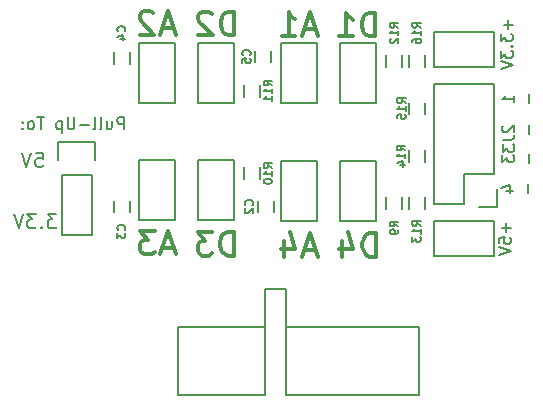
<source format=gbr>
G04 #@! TF.FileFunction,Legend,Bot*
%FSLAX46Y46*%
G04 Gerber Fmt 4.6, Leading zero omitted, Abs format (unit mm)*
G04 Created by KiCad (PCBNEW 4.0.6-e0-6349~53~ubuntu14.04.1) date Sat Apr 15 21:20:43 2017*
%MOMM*%
%LPD*%
G01*
G04 APERTURE LIST*
%ADD10C,0.100000*%
%ADD11C,0.150000*%
%ADD12C,0.300000*%
%ADD13C,0.152400*%
G04 APERTURE END LIST*
D10*
D11*
X135185715Y-80752381D02*
X135185715Y-79752381D01*
X134804762Y-79752381D01*
X134709524Y-79800000D01*
X134661905Y-79847619D01*
X134614286Y-79942857D01*
X134614286Y-80085714D01*
X134661905Y-80180952D01*
X134709524Y-80228571D01*
X134804762Y-80276190D01*
X135185715Y-80276190D01*
X133757143Y-80085714D02*
X133757143Y-80752381D01*
X134185715Y-80085714D02*
X134185715Y-80609524D01*
X134138096Y-80704762D01*
X134042858Y-80752381D01*
X133900000Y-80752381D01*
X133804762Y-80704762D01*
X133757143Y-80657143D01*
X133138096Y-80752381D02*
X133233334Y-80704762D01*
X133280953Y-80609524D01*
X133280953Y-79752381D01*
X132614286Y-80752381D02*
X132709524Y-80704762D01*
X132757143Y-80609524D01*
X132757143Y-79752381D01*
X132233333Y-80371429D02*
X131471428Y-80371429D01*
X130995238Y-79752381D02*
X130995238Y-80561905D01*
X130947619Y-80657143D01*
X130900000Y-80704762D01*
X130804762Y-80752381D01*
X130614285Y-80752381D01*
X130519047Y-80704762D01*
X130471428Y-80657143D01*
X130423809Y-80561905D01*
X130423809Y-79752381D01*
X129947619Y-80085714D02*
X129947619Y-81085714D01*
X129947619Y-80133333D02*
X129852381Y-80085714D01*
X129661904Y-80085714D01*
X129566666Y-80133333D01*
X129519047Y-80180952D01*
X129471428Y-80276190D01*
X129471428Y-80561905D01*
X129519047Y-80657143D01*
X129566666Y-80704762D01*
X129661904Y-80752381D01*
X129852381Y-80752381D01*
X129947619Y-80704762D01*
X128423809Y-79752381D02*
X127852380Y-79752381D01*
X128138095Y-80752381D02*
X128138095Y-79752381D01*
X127376190Y-80752381D02*
X127471428Y-80704762D01*
X127519047Y-80657143D01*
X127566666Y-80561905D01*
X127566666Y-80276190D01*
X127519047Y-80180952D01*
X127471428Y-80133333D01*
X127376190Y-80085714D01*
X127233332Y-80085714D01*
X127138094Y-80133333D01*
X127090475Y-80180952D01*
X127042856Y-80276190D01*
X127042856Y-80561905D01*
X127090475Y-80657143D01*
X127138094Y-80704762D01*
X127233332Y-80752381D01*
X127376190Y-80752381D01*
X126614285Y-80657143D02*
X126566666Y-80704762D01*
X126614285Y-80752381D01*
X126661904Y-80704762D01*
X126614285Y-80657143D01*
X126614285Y-80752381D01*
X126614285Y-80133333D02*
X126566666Y-80180952D01*
X126614285Y-80228571D01*
X126661904Y-80180952D01*
X126614285Y-80133333D01*
X126614285Y-80228571D01*
D12*
X139428572Y-90783333D02*
X138476191Y-90783333D01*
X139619048Y-91354762D02*
X138952381Y-89354762D01*
X138285714Y-91354762D01*
X137809524Y-89354762D02*
X136571428Y-89354762D01*
X137238095Y-90116667D01*
X136952381Y-90116667D01*
X136761905Y-90211905D01*
X136666667Y-90307143D01*
X136571428Y-90497619D01*
X136571428Y-90973810D01*
X136666667Y-91164286D01*
X136761905Y-91259524D01*
X136952381Y-91354762D01*
X137523809Y-91354762D01*
X137714286Y-91259524D01*
X137809524Y-91164286D01*
X144476191Y-91454762D02*
X144476191Y-89454762D01*
X144000000Y-89454762D01*
X143714286Y-89550000D01*
X143523810Y-89740476D01*
X143428571Y-89930952D01*
X143333333Y-90311905D01*
X143333333Y-90597619D01*
X143428571Y-90978571D01*
X143523810Y-91169048D01*
X143714286Y-91359524D01*
X144000000Y-91454762D01*
X144476191Y-91454762D01*
X142666667Y-89454762D02*
X141428571Y-89454762D01*
X142095238Y-90216667D01*
X141809524Y-90216667D01*
X141619048Y-90311905D01*
X141523810Y-90407143D01*
X141428571Y-90597619D01*
X141428571Y-91073810D01*
X141523810Y-91264286D01*
X141619048Y-91359524D01*
X141809524Y-91454762D01*
X142380952Y-91454762D01*
X142571429Y-91359524D01*
X142666667Y-91264286D01*
X139378572Y-72183333D02*
X138426191Y-72183333D01*
X139569048Y-72754762D02*
X138902381Y-70754762D01*
X138235714Y-72754762D01*
X137664286Y-70945238D02*
X137569048Y-70850000D01*
X137378571Y-70754762D01*
X136902381Y-70754762D01*
X136711905Y-70850000D01*
X136616667Y-70945238D01*
X136521428Y-71135714D01*
X136521428Y-71326190D01*
X136616667Y-71611905D01*
X137759524Y-72754762D01*
X136521428Y-72754762D01*
X144526191Y-72804762D02*
X144526191Y-70804762D01*
X144050000Y-70804762D01*
X143764286Y-70900000D01*
X143573810Y-71090476D01*
X143478571Y-71280952D01*
X143383333Y-71661905D01*
X143383333Y-71947619D01*
X143478571Y-72328571D01*
X143573810Y-72519048D01*
X143764286Y-72709524D01*
X144050000Y-72804762D01*
X144526191Y-72804762D01*
X142621429Y-70995238D02*
X142526191Y-70900000D01*
X142335714Y-70804762D01*
X141859524Y-70804762D01*
X141669048Y-70900000D01*
X141573810Y-70995238D01*
X141478571Y-71185714D01*
X141478571Y-71376190D01*
X141573810Y-71661905D01*
X142716667Y-72804762D01*
X141478571Y-72804762D01*
X151428572Y-72283333D02*
X150476191Y-72283333D01*
X151619048Y-72854762D02*
X150952381Y-70854762D01*
X150285714Y-72854762D01*
X148571428Y-72854762D02*
X149714286Y-72854762D01*
X149142857Y-72854762D02*
X149142857Y-70854762D01*
X149333333Y-71140476D01*
X149523809Y-71330952D01*
X149714286Y-71426190D01*
X156476191Y-72904762D02*
X156476191Y-70904762D01*
X156000000Y-70904762D01*
X155714286Y-71000000D01*
X155523810Y-71190476D01*
X155428571Y-71380952D01*
X155333333Y-71761905D01*
X155333333Y-72047619D01*
X155428571Y-72428571D01*
X155523810Y-72619048D01*
X155714286Y-72809524D01*
X156000000Y-72904762D01*
X156476191Y-72904762D01*
X153428571Y-72904762D02*
X154571429Y-72904762D01*
X154000000Y-72904762D02*
X154000000Y-70904762D01*
X154190476Y-71190476D01*
X154380952Y-71380952D01*
X154571429Y-71476190D01*
X151428572Y-90983333D02*
X150476191Y-90983333D01*
X151619048Y-91554762D02*
X150952381Y-89554762D01*
X150285714Y-91554762D01*
X148761905Y-90221429D02*
X148761905Y-91554762D01*
X149238095Y-89459524D02*
X149714286Y-90888095D01*
X148476190Y-90888095D01*
X156526191Y-91554762D02*
X156526191Y-89554762D01*
X156050000Y-89554762D01*
X155764286Y-89650000D01*
X155573810Y-89840476D01*
X155478571Y-90030952D01*
X155383333Y-90411905D01*
X155383333Y-90697619D01*
X155478571Y-91078571D01*
X155573810Y-91269048D01*
X155764286Y-91459524D01*
X156050000Y-91554762D01*
X156526191Y-91554762D01*
X153669048Y-90221429D02*
X153669048Y-91554762D01*
X154145238Y-89459524D02*
X154621429Y-90888095D01*
X153383333Y-90888095D01*
D11*
X168227381Y-78485715D02*
X168227381Y-77914286D01*
X168227381Y-78200000D02*
X167227381Y-78200000D01*
X167370238Y-78104762D01*
X167465476Y-78009524D01*
X167513095Y-77914286D01*
X169496429Y-77819048D02*
X169496429Y-78580953D01*
X167322619Y-80464286D02*
X167275000Y-80511905D01*
X167227381Y-80607143D01*
X167227381Y-80845239D01*
X167275000Y-80940477D01*
X167322619Y-80988096D01*
X167417857Y-81035715D01*
X167513095Y-81035715D01*
X167655952Y-80988096D01*
X168227381Y-80416667D01*
X168227381Y-81035715D01*
X169496429Y-80369048D02*
X169496429Y-81130953D01*
X167227381Y-82916667D02*
X167227381Y-83535715D01*
X167608333Y-83202381D01*
X167608333Y-83345239D01*
X167655952Y-83440477D01*
X167703571Y-83488096D01*
X167798810Y-83535715D01*
X168036905Y-83535715D01*
X168132143Y-83488096D01*
X168179762Y-83440477D01*
X168227381Y-83345239D01*
X168227381Y-83059524D01*
X168179762Y-82964286D01*
X168132143Y-82916667D01*
X169496429Y-82869048D02*
X169496429Y-83630953D01*
X167510714Y-85990477D02*
X168177381Y-85990477D01*
X167129762Y-85752381D02*
X167844048Y-85514286D01*
X167844048Y-86133334D01*
X169446429Y-85419048D02*
X169446429Y-86180953D01*
X167721429Y-71550000D02*
X167721429Y-72311905D01*
X168102381Y-71930953D02*
X167340476Y-71930953D01*
X167102381Y-72692857D02*
X167102381Y-73311905D01*
X167483333Y-72978571D01*
X167483333Y-73121429D01*
X167530952Y-73216667D01*
X167578571Y-73264286D01*
X167673810Y-73311905D01*
X167911905Y-73311905D01*
X168007143Y-73264286D01*
X168054762Y-73216667D01*
X168102381Y-73121429D01*
X168102381Y-72835714D01*
X168054762Y-72740476D01*
X168007143Y-72692857D01*
X168007143Y-73740476D02*
X168054762Y-73788095D01*
X168102381Y-73740476D01*
X168054762Y-73692857D01*
X168007143Y-73740476D01*
X168102381Y-73740476D01*
X167102381Y-74121428D02*
X167102381Y-74740476D01*
X167483333Y-74407142D01*
X167483333Y-74550000D01*
X167530952Y-74645238D01*
X167578571Y-74692857D01*
X167673810Y-74740476D01*
X167911905Y-74740476D01*
X168007143Y-74692857D01*
X168054762Y-74645238D01*
X168102381Y-74550000D01*
X168102381Y-74264285D01*
X168054762Y-74169047D01*
X168007143Y-74121428D01*
X167102381Y-75026190D02*
X168102381Y-75359523D01*
X167102381Y-75692857D01*
X167571429Y-88714286D02*
X167571429Y-89476191D01*
X167952381Y-89095239D02*
X167190476Y-89095239D01*
X166952381Y-90428572D02*
X166952381Y-89952381D01*
X167428571Y-89904762D01*
X167380952Y-89952381D01*
X167333333Y-90047619D01*
X167333333Y-90285715D01*
X167380952Y-90380953D01*
X167428571Y-90428572D01*
X167523810Y-90476191D01*
X167761905Y-90476191D01*
X167857143Y-90428572D01*
X167904762Y-90380953D01*
X167952381Y-90285715D01*
X167952381Y-90047619D01*
X167904762Y-89952381D01*
X167857143Y-89904762D01*
X166952381Y-90761905D02*
X167952381Y-91095238D01*
X166952381Y-91428572D01*
X129471428Y-87942857D02*
X128728571Y-87942857D01*
X129128571Y-88400000D01*
X128957143Y-88400000D01*
X128842857Y-88457143D01*
X128785714Y-88514286D01*
X128728571Y-88628571D01*
X128728571Y-88914286D01*
X128785714Y-89028571D01*
X128842857Y-89085714D01*
X128957143Y-89142857D01*
X129300000Y-89142857D01*
X129414286Y-89085714D01*
X129471428Y-89028571D01*
X128214286Y-89028571D02*
X128157143Y-89085714D01*
X128214286Y-89142857D01*
X128271429Y-89085714D01*
X128214286Y-89028571D01*
X128214286Y-89142857D01*
X127757142Y-87942857D02*
X127014285Y-87942857D01*
X127414285Y-88400000D01*
X127242857Y-88400000D01*
X127128571Y-88457143D01*
X127071428Y-88514286D01*
X127014285Y-88628571D01*
X127014285Y-88914286D01*
X127071428Y-89028571D01*
X127128571Y-89085714D01*
X127242857Y-89142857D01*
X127585714Y-89142857D01*
X127700000Y-89085714D01*
X127757142Y-89028571D01*
X126671428Y-87942857D02*
X126271428Y-89142857D01*
X125871428Y-87942857D01*
X127728571Y-82742857D02*
X128300000Y-82742857D01*
X128357143Y-83314286D01*
X128300000Y-83257143D01*
X128185714Y-83200000D01*
X127900000Y-83200000D01*
X127785714Y-83257143D01*
X127728571Y-83314286D01*
X127671428Y-83428571D01*
X127671428Y-83714286D01*
X127728571Y-83828571D01*
X127785714Y-83885714D01*
X127900000Y-83942857D01*
X128185714Y-83942857D01*
X128300000Y-83885714D01*
X128357143Y-83828571D01*
X127328571Y-82742857D02*
X126928571Y-83942857D01*
X126528571Y-82742857D01*
X148900180Y-97500640D02*
X148900180Y-94300240D01*
X148900180Y-94300240D02*
X147099320Y-94300240D01*
X147099320Y-94300240D02*
X147099320Y-97500640D01*
X160200640Y-97500640D02*
X148900180Y-97500640D01*
X148900180Y-97500640D02*
X148900180Y-103299460D01*
X148900180Y-103299460D02*
X160200640Y-103299460D01*
X160200640Y-103299460D02*
X160200640Y-97500640D01*
X139799360Y-97500640D02*
X147099320Y-97500640D01*
X147099320Y-103299460D02*
X139799360Y-103299460D01*
X147099320Y-97500640D02*
X147099320Y-103299460D01*
X139799360Y-97500640D02*
X139799360Y-103299460D01*
X147875000Y-87800000D02*
X147875000Y-86800000D01*
X146525000Y-86800000D02*
X146525000Y-87800000D01*
X135675000Y-87800000D02*
X135675000Y-86800000D01*
X134325000Y-86800000D02*
X134325000Y-87800000D01*
X134325000Y-74200000D02*
X134325000Y-75200000D01*
X135675000Y-75200000D02*
X135675000Y-74200000D01*
X146325000Y-74100000D02*
X146325000Y-75100000D01*
X147675000Y-75100000D02*
X147675000Y-74100000D01*
X158775000Y-87500000D02*
X158775000Y-86500000D01*
X157425000Y-86500000D02*
X157425000Y-87500000D01*
X146675000Y-85000000D02*
X146675000Y-84000000D01*
X145325000Y-84000000D02*
X145325000Y-85000000D01*
X145325000Y-77000000D02*
X145325000Y-78000000D01*
X146675000Y-78000000D02*
X146675000Y-77000000D01*
X157425000Y-74500000D02*
X157425000Y-75500000D01*
X158775000Y-75500000D02*
X158775000Y-74500000D01*
X159325000Y-86500000D02*
X159325000Y-87500000D01*
X160675000Y-87500000D02*
X160675000Y-86500000D01*
X159325000Y-82500000D02*
X159325000Y-83500000D01*
X160675000Y-83500000D02*
X160675000Y-82500000D01*
X160675000Y-79500000D02*
X160675000Y-78500000D01*
X159325000Y-78500000D02*
X159325000Y-79500000D01*
X160675000Y-75500000D02*
X160675000Y-74500000D01*
X159325000Y-74500000D02*
X159325000Y-75500000D01*
D13*
X151500000Y-88540000D02*
X151500000Y-83460000D01*
X148500000Y-88540000D02*
X148500000Y-83460000D01*
X151500000Y-88540000D02*
X148500000Y-88540000D01*
X151500000Y-83460000D02*
X148500000Y-83460000D01*
X139500000Y-88440000D02*
X139500000Y-83360000D01*
X136500000Y-88440000D02*
X136500000Y-83360000D01*
X139500000Y-88440000D02*
X136500000Y-88440000D01*
X139500000Y-83360000D02*
X136500000Y-83360000D01*
X136500000Y-73460000D02*
X136500000Y-78540000D01*
X139500000Y-73460000D02*
X139500000Y-78540000D01*
X136500000Y-73460000D02*
X139500000Y-73460000D01*
X136500000Y-78540000D02*
X139500000Y-78540000D01*
X148500000Y-73460000D02*
X148500000Y-78540000D01*
X151500000Y-73460000D02*
X151500000Y-78540000D01*
X148500000Y-73460000D02*
X151500000Y-73460000D01*
X148500000Y-78540000D02*
X151500000Y-78540000D01*
X144500000Y-88440000D02*
X144500000Y-83360000D01*
X141500000Y-88440000D02*
X141500000Y-83360000D01*
X144500000Y-88440000D02*
X141500000Y-88440000D01*
X144500000Y-83360000D02*
X141500000Y-83360000D01*
X141500000Y-73460000D02*
X141500000Y-78540000D01*
X144500000Y-73460000D02*
X144500000Y-78540000D01*
X141500000Y-73460000D02*
X144500000Y-73460000D01*
X141500000Y-78540000D02*
X144500000Y-78540000D01*
X153500000Y-73460000D02*
X153500000Y-78540000D01*
X156500000Y-73460000D02*
X156500000Y-78540000D01*
X153500000Y-73460000D02*
X156500000Y-73460000D01*
X153500000Y-78540000D02*
X156500000Y-78540000D01*
X156500000Y-88540000D02*
X156500000Y-83460000D01*
X153500000Y-88540000D02*
X153500000Y-83460000D01*
X156500000Y-88540000D02*
X153500000Y-88540000D01*
X156500000Y-83460000D02*
X153500000Y-83460000D01*
X161460000Y-75500000D02*
X166540000Y-75500000D01*
X161460000Y-72500000D02*
X166540000Y-72500000D01*
X161460000Y-75500000D02*
X161460000Y-72500000D01*
X166540000Y-75500000D02*
X166540000Y-72500000D01*
X166540000Y-88500000D02*
X161460000Y-88500000D01*
X166540000Y-91500000D02*
X161460000Y-91500000D01*
X166540000Y-88500000D02*
X166540000Y-91500000D01*
X161460000Y-88500000D02*
X161460000Y-91500000D01*
D11*
X166540000Y-84540000D02*
X166540000Y-76920000D01*
X166540000Y-76920000D02*
X161460000Y-76920000D01*
X161460000Y-76920000D02*
X161460000Y-87080000D01*
X161460000Y-87080000D02*
X164000000Y-87080000D01*
X166820000Y-85810000D02*
X166820000Y-87360000D01*
X164000000Y-87080000D02*
X164000000Y-84540000D01*
X164000000Y-84540000D02*
X166540000Y-84540000D01*
X166820000Y-87360000D02*
X165270000Y-87360000D01*
X129930000Y-84630000D02*
X129930000Y-89710000D01*
X132470000Y-84630000D02*
X132470000Y-89710000D01*
X132750000Y-81810000D02*
X132750000Y-83360000D01*
X129930000Y-89710000D02*
X132470000Y-89710000D01*
X132470000Y-84630000D02*
X129930000Y-84630000D01*
X129650000Y-83360000D02*
X129650000Y-81810000D01*
X129650000Y-81810000D02*
X132750000Y-81810000D01*
X146050000Y-87183334D02*
X146083333Y-87150000D01*
X146116667Y-87050000D01*
X146116667Y-86983334D01*
X146083333Y-86883334D01*
X146016667Y-86816667D01*
X145950000Y-86783334D01*
X145816667Y-86750000D01*
X145716667Y-86750000D01*
X145583333Y-86783334D01*
X145516667Y-86816667D01*
X145450000Y-86883334D01*
X145416667Y-86983334D01*
X145416667Y-87050000D01*
X145450000Y-87150000D01*
X145483333Y-87183334D01*
X145483333Y-87450000D02*
X145450000Y-87483334D01*
X145416667Y-87550000D01*
X145416667Y-87716667D01*
X145450000Y-87783334D01*
X145483333Y-87816667D01*
X145550000Y-87850000D01*
X145616667Y-87850000D01*
X145716667Y-87816667D01*
X146116667Y-87416667D01*
X146116667Y-87850000D01*
X135250000Y-89283334D02*
X135283333Y-89250000D01*
X135316667Y-89150000D01*
X135316667Y-89083334D01*
X135283333Y-88983334D01*
X135216667Y-88916667D01*
X135150000Y-88883334D01*
X135016667Y-88850000D01*
X134916667Y-88850000D01*
X134783333Y-88883334D01*
X134716667Y-88916667D01*
X134650000Y-88983334D01*
X134616667Y-89083334D01*
X134616667Y-89150000D01*
X134650000Y-89250000D01*
X134683333Y-89283334D01*
X134616667Y-89516667D02*
X134616667Y-89950000D01*
X134883333Y-89716667D01*
X134883333Y-89816667D01*
X134916667Y-89883334D01*
X134950000Y-89916667D01*
X135016667Y-89950000D01*
X135183333Y-89950000D01*
X135250000Y-89916667D01*
X135283333Y-89883334D01*
X135316667Y-89816667D01*
X135316667Y-89616667D01*
X135283333Y-89550000D01*
X135250000Y-89516667D01*
X135250000Y-72483334D02*
X135283333Y-72450000D01*
X135316667Y-72350000D01*
X135316667Y-72283334D01*
X135283333Y-72183334D01*
X135216667Y-72116667D01*
X135150000Y-72083334D01*
X135016667Y-72050000D01*
X134916667Y-72050000D01*
X134783333Y-72083334D01*
X134716667Y-72116667D01*
X134650000Y-72183334D01*
X134616667Y-72283334D01*
X134616667Y-72350000D01*
X134650000Y-72450000D01*
X134683333Y-72483334D01*
X134850000Y-73083334D02*
X135316667Y-73083334D01*
X134583333Y-72916667D02*
X135083333Y-72750000D01*
X135083333Y-73183334D01*
X145850000Y-74483334D02*
X145883333Y-74450000D01*
X145916667Y-74350000D01*
X145916667Y-74283334D01*
X145883333Y-74183334D01*
X145816667Y-74116667D01*
X145750000Y-74083334D01*
X145616667Y-74050000D01*
X145516667Y-74050000D01*
X145383333Y-74083334D01*
X145316667Y-74116667D01*
X145250000Y-74183334D01*
X145216667Y-74283334D01*
X145216667Y-74350000D01*
X145250000Y-74450000D01*
X145283333Y-74483334D01*
X145216667Y-75116667D02*
X145216667Y-74783334D01*
X145550000Y-74750000D01*
X145516667Y-74783334D01*
X145483333Y-74850000D01*
X145483333Y-75016667D01*
X145516667Y-75083334D01*
X145550000Y-75116667D01*
X145616667Y-75150000D01*
X145783333Y-75150000D01*
X145850000Y-75116667D01*
X145883333Y-75083334D01*
X145916667Y-75016667D01*
X145916667Y-74850000D01*
X145883333Y-74783334D01*
X145850000Y-74750000D01*
X158416667Y-88983334D02*
X158083333Y-88750000D01*
X158416667Y-88583334D02*
X157716667Y-88583334D01*
X157716667Y-88850000D01*
X157750000Y-88916667D01*
X157783333Y-88950000D01*
X157850000Y-88983334D01*
X157950000Y-88983334D01*
X158016667Y-88950000D01*
X158050000Y-88916667D01*
X158083333Y-88850000D01*
X158083333Y-88583334D01*
X158416667Y-89316667D02*
X158416667Y-89450000D01*
X158383333Y-89516667D01*
X158350000Y-89550000D01*
X158250000Y-89616667D01*
X158116667Y-89650000D01*
X157850000Y-89650000D01*
X157783333Y-89616667D01*
X157750000Y-89583334D01*
X157716667Y-89516667D01*
X157716667Y-89383334D01*
X157750000Y-89316667D01*
X157783333Y-89283334D01*
X157850000Y-89250000D01*
X158016667Y-89250000D01*
X158083333Y-89283334D01*
X158116667Y-89316667D01*
X158150000Y-89383334D01*
X158150000Y-89516667D01*
X158116667Y-89583334D01*
X158083333Y-89616667D01*
X158016667Y-89650000D01*
X147716667Y-84050000D02*
X147383333Y-83816666D01*
X147716667Y-83650000D02*
X147016667Y-83650000D01*
X147016667Y-83916666D01*
X147050000Y-83983333D01*
X147083333Y-84016666D01*
X147150000Y-84050000D01*
X147250000Y-84050000D01*
X147316667Y-84016666D01*
X147350000Y-83983333D01*
X147383333Y-83916666D01*
X147383333Y-83650000D01*
X147716667Y-84716666D02*
X147716667Y-84316666D01*
X147716667Y-84516666D02*
X147016667Y-84516666D01*
X147116667Y-84450000D01*
X147183333Y-84383333D01*
X147216667Y-84316666D01*
X147016667Y-85150000D02*
X147016667Y-85216667D01*
X147050000Y-85283333D01*
X147083333Y-85316667D01*
X147150000Y-85350000D01*
X147283333Y-85383333D01*
X147450000Y-85383333D01*
X147583333Y-85350000D01*
X147650000Y-85316667D01*
X147683333Y-85283333D01*
X147716667Y-85216667D01*
X147716667Y-85150000D01*
X147683333Y-85083333D01*
X147650000Y-85050000D01*
X147583333Y-85016667D01*
X147450000Y-84983333D01*
X147283333Y-84983333D01*
X147150000Y-85016667D01*
X147083333Y-85050000D01*
X147050000Y-85083333D01*
X147016667Y-85150000D01*
X147716667Y-77050000D02*
X147383333Y-76816666D01*
X147716667Y-76650000D02*
X147016667Y-76650000D01*
X147016667Y-76916666D01*
X147050000Y-76983333D01*
X147083333Y-77016666D01*
X147150000Y-77050000D01*
X147250000Y-77050000D01*
X147316667Y-77016666D01*
X147350000Y-76983333D01*
X147383333Y-76916666D01*
X147383333Y-76650000D01*
X147716667Y-77716666D02*
X147716667Y-77316666D01*
X147716667Y-77516666D02*
X147016667Y-77516666D01*
X147116667Y-77450000D01*
X147183333Y-77383333D01*
X147216667Y-77316666D01*
X147716667Y-78383333D02*
X147716667Y-77983333D01*
X147716667Y-78183333D02*
X147016667Y-78183333D01*
X147116667Y-78116667D01*
X147183333Y-78050000D01*
X147216667Y-77983333D01*
X158416667Y-72150000D02*
X158083333Y-71916666D01*
X158416667Y-71750000D02*
X157716667Y-71750000D01*
X157716667Y-72016666D01*
X157750000Y-72083333D01*
X157783333Y-72116666D01*
X157850000Y-72150000D01*
X157950000Y-72150000D01*
X158016667Y-72116666D01*
X158050000Y-72083333D01*
X158083333Y-72016666D01*
X158083333Y-71750000D01*
X158416667Y-72816666D02*
X158416667Y-72416666D01*
X158416667Y-72616666D02*
X157716667Y-72616666D01*
X157816667Y-72550000D01*
X157883333Y-72483333D01*
X157916667Y-72416666D01*
X157783333Y-73083333D02*
X157750000Y-73116667D01*
X157716667Y-73183333D01*
X157716667Y-73350000D01*
X157750000Y-73416667D01*
X157783333Y-73450000D01*
X157850000Y-73483333D01*
X157916667Y-73483333D01*
X158016667Y-73450000D01*
X158416667Y-73050000D01*
X158416667Y-73483333D01*
X160316667Y-88950000D02*
X159983333Y-88716666D01*
X160316667Y-88550000D02*
X159616667Y-88550000D01*
X159616667Y-88816666D01*
X159650000Y-88883333D01*
X159683333Y-88916666D01*
X159750000Y-88950000D01*
X159850000Y-88950000D01*
X159916667Y-88916666D01*
X159950000Y-88883333D01*
X159983333Y-88816666D01*
X159983333Y-88550000D01*
X160316667Y-89616666D02*
X160316667Y-89216666D01*
X160316667Y-89416666D02*
X159616667Y-89416666D01*
X159716667Y-89350000D01*
X159783333Y-89283333D01*
X159816667Y-89216666D01*
X159616667Y-89850000D02*
X159616667Y-90283333D01*
X159883333Y-90050000D01*
X159883333Y-90150000D01*
X159916667Y-90216667D01*
X159950000Y-90250000D01*
X160016667Y-90283333D01*
X160183333Y-90283333D01*
X160250000Y-90250000D01*
X160283333Y-90216667D01*
X160316667Y-90150000D01*
X160316667Y-89950000D01*
X160283333Y-89883333D01*
X160250000Y-89850000D01*
X159016667Y-82550000D02*
X158683333Y-82316666D01*
X159016667Y-82150000D02*
X158316667Y-82150000D01*
X158316667Y-82416666D01*
X158350000Y-82483333D01*
X158383333Y-82516666D01*
X158450000Y-82550000D01*
X158550000Y-82550000D01*
X158616667Y-82516666D01*
X158650000Y-82483333D01*
X158683333Y-82416666D01*
X158683333Y-82150000D01*
X159016667Y-83216666D02*
X159016667Y-82816666D01*
X159016667Y-83016666D02*
X158316667Y-83016666D01*
X158416667Y-82950000D01*
X158483333Y-82883333D01*
X158516667Y-82816666D01*
X158550000Y-83816667D02*
X159016667Y-83816667D01*
X158283333Y-83650000D02*
X158783333Y-83483333D01*
X158783333Y-83916667D01*
X159046667Y-78550000D02*
X158713333Y-78316666D01*
X159046667Y-78150000D02*
X158346667Y-78150000D01*
X158346667Y-78416666D01*
X158380000Y-78483333D01*
X158413333Y-78516666D01*
X158480000Y-78550000D01*
X158580000Y-78550000D01*
X158646667Y-78516666D01*
X158680000Y-78483333D01*
X158713333Y-78416666D01*
X158713333Y-78150000D01*
X159046667Y-79216666D02*
X159046667Y-78816666D01*
X159046667Y-79016666D02*
X158346667Y-79016666D01*
X158446667Y-78950000D01*
X158513333Y-78883333D01*
X158546667Y-78816666D01*
X158346667Y-79850000D02*
X158346667Y-79516667D01*
X158680000Y-79483333D01*
X158646667Y-79516667D01*
X158613333Y-79583333D01*
X158613333Y-79750000D01*
X158646667Y-79816667D01*
X158680000Y-79850000D01*
X158746667Y-79883333D01*
X158913333Y-79883333D01*
X158980000Y-79850000D01*
X159013333Y-79816667D01*
X159046667Y-79750000D01*
X159046667Y-79583333D01*
X159013333Y-79516667D01*
X158980000Y-79483333D01*
X160316667Y-72150000D02*
X159983333Y-71916666D01*
X160316667Y-71750000D02*
X159616667Y-71750000D01*
X159616667Y-72016666D01*
X159650000Y-72083333D01*
X159683333Y-72116666D01*
X159750000Y-72150000D01*
X159850000Y-72150000D01*
X159916667Y-72116666D01*
X159950000Y-72083333D01*
X159983333Y-72016666D01*
X159983333Y-71750000D01*
X160316667Y-72816666D02*
X160316667Y-72416666D01*
X160316667Y-72616666D02*
X159616667Y-72616666D01*
X159716667Y-72550000D01*
X159783333Y-72483333D01*
X159816667Y-72416666D01*
X159616667Y-73416667D02*
X159616667Y-73283333D01*
X159650000Y-73216667D01*
X159683333Y-73183333D01*
X159783333Y-73116667D01*
X159916667Y-73083333D01*
X160183333Y-73083333D01*
X160250000Y-73116667D01*
X160283333Y-73150000D01*
X160316667Y-73216667D01*
X160316667Y-73350000D01*
X160283333Y-73416667D01*
X160250000Y-73450000D01*
X160183333Y-73483333D01*
X160016667Y-73483333D01*
X159950000Y-73450000D01*
X159916667Y-73416667D01*
X159883333Y-73350000D01*
X159883333Y-73216667D01*
X159916667Y-73150000D01*
X159950000Y-73116667D01*
X160016667Y-73083333D01*
X167262381Y-81666667D02*
X167976667Y-81666667D01*
X168119524Y-81619047D01*
X168214762Y-81523809D01*
X168262381Y-81380952D01*
X168262381Y-81285714D01*
X167262381Y-82047619D02*
X167262381Y-82666667D01*
X167643333Y-82333333D01*
X167643333Y-82476191D01*
X167690952Y-82571429D01*
X167738571Y-82619048D01*
X167833810Y-82666667D01*
X168071905Y-82666667D01*
X168167143Y-82619048D01*
X168214762Y-82571429D01*
X168262381Y-82476191D01*
X168262381Y-82190476D01*
X168214762Y-82095238D01*
X168167143Y-82047619D01*
M02*

</source>
